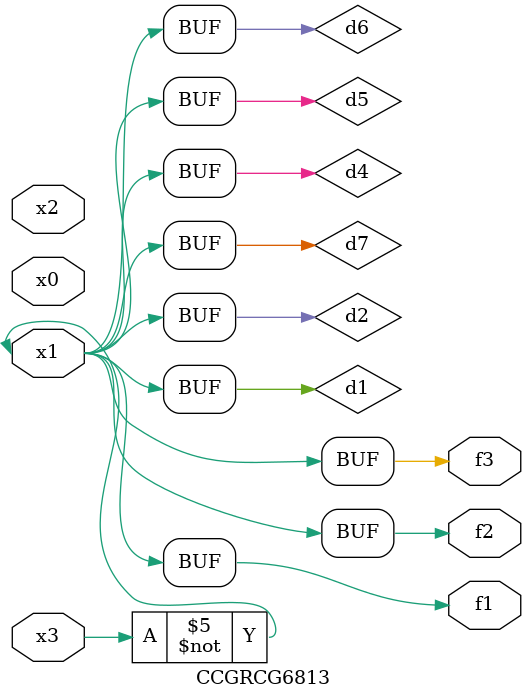
<source format=v>
module CCGRCG6813(
	input x0, x1, x2, x3,
	output f1, f2, f3
);

	wire d1, d2, d3, d4, d5, d6, d7;

	not (d1, x3);
	buf (d2, x1);
	xnor (d3, d1, d2);
	nor (d4, d1);
	buf (d5, d1, d2);
	buf (d6, d4, d5);
	nand (d7, d4);
	assign f1 = d6;
	assign f2 = d7;
	assign f3 = d6;
endmodule

</source>
